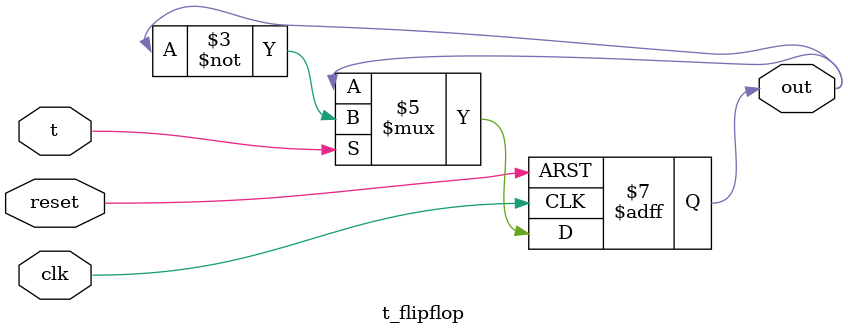
<source format=v>
module t_flipflop (
    input t , clk , reset ,
    output reg out
);

    always @(posedge clk or negedge reset) begin
        
        if (! reset)
            out <=0;
        else 
            if (t)
                out <= ~out;
            else
                out <= out;
    end

    
endmodule
</source>
